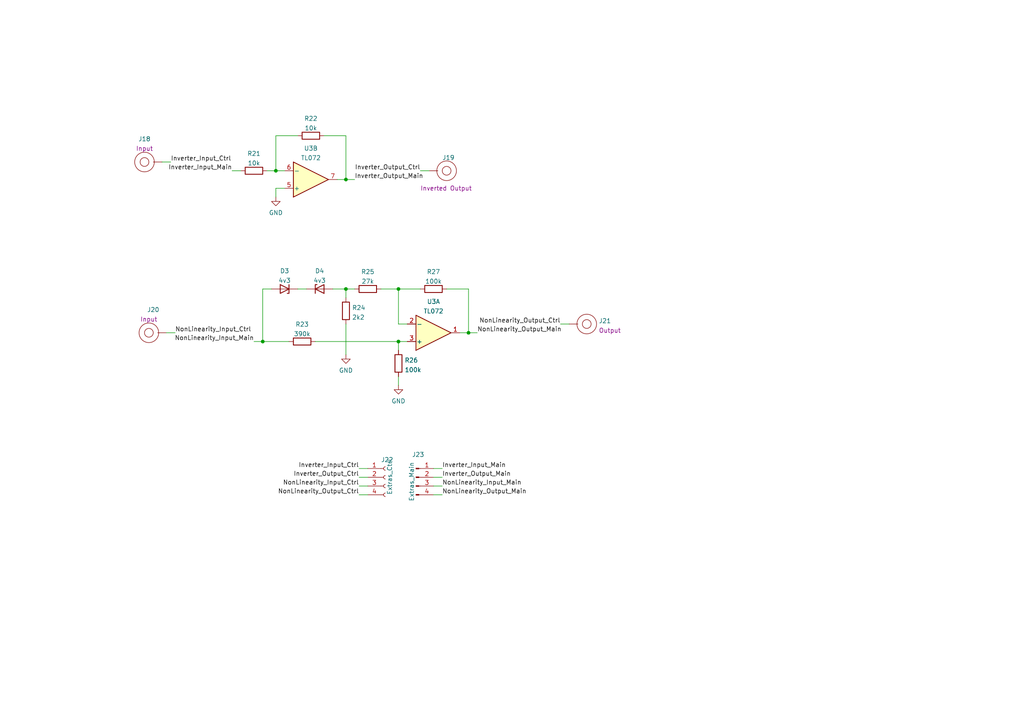
<source format=kicad_sch>
(kicad_sch (version 20211123) (generator eeschema)
  (paper "A4")
  (lib_symbols
    (symbol "Amplifier_Operational:TL072" (pin_names (offset 0.127))
      (property "Reference" "U" (at 0 5.08 0))
      (property "Value" "TL072" (at 0 -5.08 0))
      (symbol "TL072_1_1"
        (polyline (pts (xy -5.08 5.08) (xy 5.08 0) (xy -5.08 -5.08) (xy -5.08 5.08)) (stroke (width 0.254)) (fill (type background)))
        (pin output line (at 7.62 0 180) (length 2.54) (name "~") (number "1"))
        (pin input line (at -7.62 -2.54 0) (length 2.54) (name "-") (number "2"))
        (pin input line (at -7.62 2.54 0) (length 2.54) (name "+") (number "3"))
      )
      (symbol "TL072_2_1"
        (polyline (pts (xy -5.08 5.08) (xy 5.08 0) (xy -5.08 -5.08) (xy -5.08 5.08)) (stroke (width 0.254)) (fill (type background)))
        (pin input line (at -7.62 2.54 0) (length 2.54) (name "+") (number "5"))
        (pin input line (at -7.62 -2.54 0) (length 2.54) (name "-") (number "6"))
        (pin output line (at 7.62 0 180) (length 2.54) (name "~") (number "7"))
      )
      (symbol "TL072_3_1"
        (pin power_in line (at -2.54 -7.62 90) (length 3.81) (name "V-") (number "4"))
        (pin power_in line (at -2.54 7.62 270) (length 3.81) (name "V+") (number "8"))
      )
    )
    (symbol "BananaJacks:BananaJack_PanelMount" (pin_numbers hide) (pin_names (offset 1.016))
      (property "Reference" "J" (at 0 3.81 0))
      (property "Note" "BananaJack" (at 0 -3.81 0))
      (symbol "BananaJack_PanelMount_0_1"
        (circle (center 0 0) (radius 1.27))
        (circle (center 0 0) (radius 2.8448))
      )
      (symbol "BananaJack_PanelMount_1_1"
        (pin bidirectional line (at 5.08 0 180) (length 2.54) (name "~") (number "1"))
      )
    )
    (symbol "Connector:Conn_01x04_Female" (pin_names (offset 1.016) hide)
      (property "Reference" "J" (at 0 5.08 0))
      (property "Value" "Conn_01x04_Female" (at 0 -7.62 0))
      (symbol "Conn_01x04_Female_1_1"
        (arc (start 0 -4.572) (mid -0.508 -5.08) (end 0 -5.588) (stroke (width 0.1524)))
        (arc (start 0 -2.032) (mid -0.508 -2.54) (end 0 -3.048) (stroke (width 0.1524)))
        (polyline (pts (xy -1.27 -5.08) (xy -0.508 -5.08)) (stroke (width 0.1524)))
        (polyline (pts (xy -1.27 -2.54) (xy -0.508 -2.54)) (stroke (width 0.1524)))
        (polyline (pts (xy -1.27 0) (xy -0.508 0)) (stroke (width 0.1524)))
        (polyline (pts (xy -1.27 2.54) (xy -0.508 2.54)) (stroke (width 0.1524)))
        (arc (start 0 0.508) (mid -0.508 0) (end 0 -0.508) (stroke (width 0.1524)))
        (arc (start 0 3.048) (mid -0.508 2.54) (end 0 2.032) (stroke (width 0.1524)))
        (pin passive line (at -5.08 2.54 0) (length 3.81) (name "Pin_1") (number "1"))
        (pin passive line (at -5.08 0 0) (length 3.81) (name "Pin_2") (number "2"))
        (pin passive line (at -5.08 -2.54 0) (length 3.81) (name "Pin_3") (number "3"))
        (pin passive line (at -5.08 -5.08 0) (length 3.81) (name "Pin_4") (number "4"))
      )
    )
    (symbol "Connector:Conn_01x04_Male" (pin_names (offset 1.016) hide)
      (property "Reference" "J" (at 0 5.08 0))
      (property "Value" "Conn_01x04_Male" (at 0 -7.62 0))
      (symbol "Conn_01x04_Male_1_1"
        (polyline (pts (xy 1.27 -5.08) (xy 0.8636 -5.08)) (stroke (width 0.1524)))
        (polyline (pts (xy 1.27 -2.54) (xy 0.8636 -2.54)) (stroke (width 0.1524)))
        (polyline (pts (xy 1.27 0) (xy 0.8636 0)) (stroke (width 0.1524)))
        (polyline (pts (xy 1.27 2.54) (xy 0.8636 2.54)) (stroke (width 0.1524)))
        (rectangle (start 0.8636 -4.953) (end 0 -5.207) (stroke (width 0.1524)) (fill (type outline)))
        (rectangle (start 0.8636 -2.413) (end 0 -2.667) (stroke (width 0.1524)) (fill (type outline)))
        (rectangle (start 0.8636 0.127) (end 0 -0.127) (stroke (width 0.1524)) (fill (type outline)))
        (rectangle (start 0.8636 2.667) (end 0 2.413) (stroke (width 0.1524)) (fill (type outline)))
        (pin passive line (at 5.08 2.54 180) (length 3.81) (name "Pin_1") (number "1"))
        (pin passive line (at 5.08 0 180) (length 3.81) (name "Pin_2") (number "2"))
        (pin passive line (at 5.08 -2.54 180) (length 3.81) (name "Pin_3") (number "3"))
        (pin passive line (at 5.08 -5.08 180) (length 3.81) (name "Pin_4") (number "4"))
      )
    )
    (symbol "Device:D_Zener" (pin_numbers hide) (pin_names (offset 1.016) hide)
      (property "Reference" "D" (at 0 2.54 0))
      (property "Value" "D_Zener" (at 0 -2.54 0))
      (symbol "D_Zener_0_1"
        (polyline (pts (xy 1.27 0) (xy -1.27 0)))
        (polyline (pts (xy -1.27 -1.27) (xy -1.27 1.27) (xy -0.762 1.27)) (stroke (width 0.254)))
        (polyline (pts (xy 1.27 -1.27) (xy 1.27 1.27) (xy -1.27 0) (xy 1.27 -1.27)) (stroke (width 0.254)))
      )
      (symbol "D_Zener_1_1"
        (pin passive line (at -3.81 0 0) (length 2.54) (name "K") (number "1"))
        (pin passive line (at 3.81 0 180) (length 2.54) (name "A") (number "2"))
      )
    )
    (symbol "Device:R" (pin_numbers hide) (pin_names (offset 0))
      (property "Reference" "R" (at 2.032 0 90))
      (property "Value" "R" (at 0 0 90))
      (symbol "R_0_1"
        (rectangle (start -1.016 -2.54) (end 1.016 2.54) (stroke (width 0.254)))
      )
      (symbol "R_1_1"
        (pin passive line (at 0 3.81 270) (length 1.27) (name "~") (number "1"))
        (pin passive line (at 0 -3.81 90) (length 1.27) (name "~") (number "2"))
      )
    )
    (symbol "power:GND" (power) (pin_names (offset 0))
      (property "Value" "GND" (at 0 -3.81 0))
      (symbol "GND_0_1"
        (polyline (pts (xy 0 0) (xy 0 -1.27) (xy 1.27 -1.27) (xy 0 -2.54) (xy -1.27 -1.27) (xy 0 -1.27)))
      )
      (symbol "GND_1_1"
        (pin power_in line (at 0 0 270) (length 0) hide (name "GND") (number "1"))
      )
    )
  )
  (junction (at 80.01 49.53))
  (junction (at 100.33 52.07))
  (junction (at 115.57 99.06))
  (junction (at 100.33 83.82))
  (junction (at 115.57 83.82))
  (junction (at 76.2 99.06))
  (junction (at 135.89 96.52))
  (wire (pts (xy 115.57 83.82) (xy 121.92 83.82)))
  (wire (pts (xy 115.57 93.98) (xy 115.57 83.82)))
  (wire (pts (xy 125.73 140.97) (xy 128.27 140.97)))
  (wire (pts (xy 100.33 39.37) (xy 100.33 52.07)))
  (wire (pts (xy 48.26 96.52) (xy 50.8 96.52)))
  (wire (pts (xy 97.79 52.07) (xy 100.33 52.07)))
  (wire (pts (xy 135.89 83.82) (xy 135.89 96.52)))
  (wire (pts (xy 76.2 99.06) (xy 83.82 99.06)))
  (wire (pts (xy 104.14 140.97) (xy 106.68 140.97)))
  (wire (pts (xy 125.73 138.43) (xy 128.27 138.43)))
  (wire (pts (xy 93.98 39.37) (xy 100.33 39.37)))
  (wire (pts (xy 96.52 83.82) (xy 100.33 83.82)))
  (wire (pts (xy 104.14 143.51) (xy 106.68 143.51)))
  (wire (pts (xy 162.56 93.98) (xy 165.1 93.98)))
  (wire (pts (xy 80.01 49.53) (xy 82.55 49.53)))
  (wire (pts (xy 78.74 83.82) (xy 76.2 83.82)))
  (wire (pts (xy 110.49 83.82) (xy 115.57 83.82)))
  (wire (pts (xy 80.01 54.61) (xy 80.01 57.15)))
  (wire (pts (xy 104.14 135.89) (xy 106.68 135.89)))
  (wire (pts (xy 46.99 46.99) (xy 49.53 46.99)))
  (wire (pts (xy 129.54 83.82) (xy 135.89 83.82)))
  (wire (pts (xy 80.01 39.37) (xy 80.01 49.53)))
  (wire (pts (xy 121.92 49.53) (xy 124.46 49.53)))
  (wire (pts (xy 125.73 143.51) (xy 128.27 143.51)))
  (wire (pts (xy 86.36 83.82) (xy 88.9 83.82)))
  (wire (pts (xy 86.36 39.37) (xy 80.01 39.37)))
  (wire (pts (xy 125.73 135.89) (xy 128.27 135.89)))
  (wire (pts (xy 100.33 86.36) (xy 100.33 83.82)))
  (wire (pts (xy 82.55 54.61) (xy 80.01 54.61)))
  (wire (pts (xy 77.47 49.53) (xy 80.01 49.53)))
  (wire (pts (xy 115.57 101.6) (xy 115.57 99.06)))
  (wire (pts (xy 135.89 96.52) (xy 138.43 96.52)))
  (wire (pts (xy 135.89 96.52) (xy 133.35 96.52)))
  (wire (pts (xy 115.57 93.98) (xy 118.11 93.98)))
  (wire (pts (xy 73.66 99.06) (xy 76.2 99.06)))
  (wire (pts (xy 100.33 52.07) (xy 102.87 52.07)))
  (wire (pts (xy 115.57 109.22) (xy 115.57 111.76)))
  (wire (pts (xy 104.14 138.43) (xy 106.68 138.43)))
  (wire (pts (xy 100.33 93.98) (xy 100.33 102.87)))
  (wire (pts (xy 100.33 83.82) (xy 102.87 83.82)))
  (wire (pts (xy 115.57 99.06) (xy 118.11 99.06)))
  (wire (pts (xy 91.44 99.06) (xy 115.57 99.06)))
  (wire (pts (xy 76.2 83.82) (xy 76.2 99.06)))
  (wire (pts (xy 67.31 49.53) (xy 69.85 49.53)))
  (label "Inverter_Input_Main" (at 128.27 135.89 0))
  (label "NonLinearity_Input_Ctrl" (at 50.8 96.52 0))
  (label "Inverter_Output_Main" (at 128.27 138.43 0))
  (label "Inverter_Input_Ctrl" (at 104.14 135.89 180))
  (label "Inverter_Output_Ctrl" (at 121.92 49.53 180))
  (label "Inverter_Input_Main" (at 67.31 49.53 180))
  (label "NonLinearity_Input_Main" (at 73.66 99.06 180))
  (label "NonLinearity_Output_Ctrl" (at 104.14 143.51 180))
  (label "NonLinearity_Output_Ctrl" (at 162.56 93.98 180))
  (label "NonLinearity_Output_Main" (at 128.27 143.51 0))
  (label "Inverter_Input_Ctrl" (at 49.53 46.99 0))
  (label "NonLinearity_Output_Main" (at 138.43 96.52 0))
  (label "NonLinearity_Input_Ctrl" (at 104.14 140.97 180))
  (label "NonLinearity_Input_Main" (at 128.27 140.97 0))
  (label "Inverter_Output_Ctrl" (at 104.14 138.43 180))
  (label "Inverter_Output_Main" (at 102.87 52.07 0))
  (symbol (lib_id "BananaJacks:BananaJack_PanelMount") (at 41.91 46.99 0) (unit 1)
    (property "Reference" "J18" (at 41.91 40.3057 0))
    (property "Value" "BananaJack_PanelMount" (effects hide))
    (property "Footprint" "Rumblesan_Footprints:BananaJack_THT_JohnsonCinch_108-09" (effects hide))
    (property "Vendor" "Mouser" (effects hide))
    (property "SKU" "108-0901-1" (effects hide))
    (property "Note" "Input" (at 41.91 43.0808 0))
  )
  (symbol (lib_id "Device:R") (at 100.33 90.17 0) (unit 1)
    (property "Reference" "R24" (at 102.108 89.2615 0) (effects (justify left)))
    (property "Value" "2k2" (at 102.108 92.0366 0) (effects (justify left)))
    (property "Footprint" "Rumblesan_Footprints:Resistor_THT_L6.3mm_D2.5mm_P10.16mm_Horizontal" (effects hide))
  )
  (symbol (lib_id "BananaJacks:BananaJack_PanelMount") (at 43.18 96.52 0) (unit 1)
    (property "Reference" "J20" (at 44.45 89.8357 0))
    (property "Value" "BananaJack_PanelMount" (effects hide))
    (property "Footprint" "Rumblesan_Footprints:BananaJack_THT_JohnsonCinch_108-09" (effects hide))
    (property "Vendor" "Mouser" (effects hide))
    (property "SKU" "108-0901-1" (effects hide))
    (property "Note" "Input" (at 43.18 92.6108 0))
  )
  (symbol (lib_id "Device:R") (at 73.66 49.53 90) (unit 1)
    (property "Reference" "R21" (at 73.66 44.5475 90))
    (property "Value" "10k" (at 73.66 47.3226 90))
    (property "Footprint" "Rumblesan_Footprints:Resistor_THT_L6.3mm_D2.5mm_P10.16mm_Horizontal" (effects hide))
  )
  (symbol (lib_id "Device:D_Zener") (at 92.71 83.82 0) (unit 1)
    (property "Reference" "D4" (at 92.71 78.5835 0))
    (property "Value" "4v3" (at 92.71 81.3586 0))
    (property "Footprint" "Rumblesan_Footprints:D_DO-41_SOD81_P10.16mm_Horizontal" (effects hide))
  )
  (symbol (lib_id "power:GND") (at 80.01 57.15 0) (unit 1)
    (property "Reference" "#PWR043" (effects hide))
    (property "Value" "GND" (at 80.01 61.7125 0))
  )
  (symbol (lib_id "power:GND") (at 100.33 102.87 0) (unit 1)
    (property "Reference" "#PWR044" (effects hide))
    (property "Value" "GND" (at 100.33 107.4325 0))
  )
  (symbol (lib_id "Connector:Conn_01x04_Female") (at 111.76 138.43 0) (unit 1)
    (property "Reference" "J22" (at 110.49 133.35 0) (effects (justify left)))
    (property "Value" "Extras_Ctrl" (at 113.03 143.51 90) (effects (justify left)))
    (property "Footprint" "Connector_PinSocket_2.54mm:PinSocket_1x04_P2.54mm_Vertical" (effects hide))
  )
  (symbol (lib_id "Device:R") (at 106.68 83.82 90) (unit 1)
    (property "Reference" "R25" (at 106.68 78.8375 90))
    (property "Value" "27k" (at 106.68 81.6126 90))
    (property "Footprint" "Rumblesan_Footprints:Resistor_THT_L6.3mm_D2.5mm_P10.16mm_Horizontal" (effects hide))
  )
  (symbol (lib_id "BananaJacks:BananaJack_PanelMount") (at 170.18 93.98 180) (unit 1)
    (property "Reference" "J21" (at 173.6598 93.0715 0) (effects (justify right)))
    (property "Value" "BananaJack_PanelMount" (effects hide))
    (property "Footprint" "Rumblesan_Footprints:BananaJack_THT_JohnsonCinch_108-09" (effects hide))
    (property "Vendor" "Mouser" (effects hide))
    (property "SKU" "108-0901-1" (effects hide))
    (property "Note" "Output" (at 173.6598 95.8466 0) (effects (justify right)))
  )
  (symbol (lib_id "Amplifier_Operational:TL072") (at 125.73 96.52 0) (mirror x) (unit 1)
    (property "Reference" "U3" (at 125.73 87.4735 0))
    (property "Value" "TL072" (at 125.73 90.2486 0))
    (property "Footprint" "Rumblesan_Footprints:DIP-8_W7.62mm_Socket" (effects hide))
    (property "Datasheet" "http://www.ti.com/lit/ds/symlink/tl071.pdf" (effects hide))
  )
  (symbol (lib_id "BananaJacks:BananaJack_PanelMount") (at 129.54 49.53 180) (unit 1)
    (property "Reference" "J19" (at 128.27 45.72 0) (effects (justify right)))
    (property "Value" "BananaJack_PanelMount" (effects hide))
    (property "Footprint" "Rumblesan_Footprints:BananaJack_THT_JohnsonCinch_108-09" (effects hide))
    (property "Vendor" "Mouser" (effects hide))
    (property "SKU" "108-0901-1" (effects hide))
    (property "Note" "Inverted Output" (at 121.92 54.61 0) (effects (justify right)))
  )
  (symbol (lib_id "Amplifier_Operational:TL072") (at 90.17 52.07 0) (mirror x) (unit 2)
    (property "Reference" "U3" (at 90.17 43.0235 0))
    (property "Value" "TL072" (at 90.17 45.7986 0))
    (property "Footprint" "Rumblesan_Footprints:DIP-8_W7.62mm_Socket" (effects hide))
    (property "Datasheet" "http://www.ti.com/lit/ds/symlink/tl071.pdf" (effects hide))
  )
  (symbol (lib_id "Device:R") (at 87.63 99.06 270) (unit 1)
    (property "Reference" "R23" (at 87.63 94.0775 90))
    (property "Value" "390k" (at 87.63 96.8526 90))
    (property "Footprint" "Rumblesan_Footprints:Resistor_THT_L6.3mm_D2.5mm_P10.16mm_Horizontal" (effects hide))
  )
  (symbol (lib_id "Connector:Conn_01x04_Male") (at 120.65 138.43 0) (unit 1)
    (property "Reference" "J23" (at 121.285 131.8473 0))
    (property "Value" "Extras_Main" (at 119.38 139.7 90))
    (property "Footprint" "Connector_PinHeader_2.54mm:PinHeader_1x04_P2.54mm_Vertical" (effects hide))
  )
  (symbol (lib_id "Device:D_Zener") (at 82.55 83.82 180) (unit 1)
    (property "Reference" "D3" (at 82.55 78.5835 0))
    (property "Value" "4v3" (at 82.55 81.3586 0))
    (property "Footprint" "Rumblesan_Footprints:D_DO-41_SOD81_P10.16mm_Horizontal" (effects hide))
  )
  (symbol (lib_id "Device:R") (at 90.17 39.37 90) (unit 1)
    (property "Reference" "R22" (at 90.17 34.3875 90))
    (property "Value" "10k" (at 90.17 37.1626 90))
    (property "Footprint" "Rumblesan_Footprints:Resistor_THT_L6.3mm_D2.5mm_P10.16mm_Horizontal" (effects hide))
  )
  (symbol (lib_id "power:GND") (at 115.57 111.76 0) (unit 1)
    (property "Reference" "#PWR045" (effects hide))
    (property "Value" "GND" (at 115.57 116.3225 0))
  )
  (symbol (lib_id "Device:R") (at 115.57 105.41 0) (unit 1)
    (property "Reference" "R26" (at 117.348 104.5015 0) (effects (justify left)))
    (property "Value" "100k" (at 117.348 107.2766 0) (effects (justify left)))
    (property "Footprint" "Rumblesan_Footprints:Resistor_THT_L6.3mm_D2.5mm_P10.16mm_Horizontal" (effects hide))
  )
  (symbol (lib_id "Device:R") (at 125.73 83.82 90) (unit 1)
    (property "Reference" "R27" (at 125.73 78.8375 90))
    (property "Value" "100k" (at 125.73 81.6126 90))
    (property "Footprint" "Rumblesan_Footprints:Resistor_THT_L6.3mm_D2.5mm_P10.16mm_Horizontal" (effects hide))
  )
)
</source>
